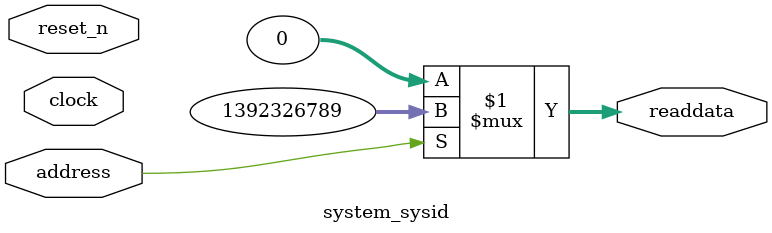
<source format=v>

`timescale 1ns / 1ps
// synthesis translate_on

// turn off superfluous verilog processor warnings 
// altera message_level Level1 
// altera message_off 10034 10035 10036 10037 10230 10240 10030 

module system_sysid (
               // inputs:
                address,
                clock,
                reset_n,

               // outputs:
                readdata
             )
;

  output  [ 31: 0] readdata;
  input            address;
  input            clock;
  input            reset_n;

  wire    [ 31: 0] readdata;
  //control_slave, which is an e_avalon_slave
  assign readdata = address ? 1392326789 : 0;

endmodule




</source>
